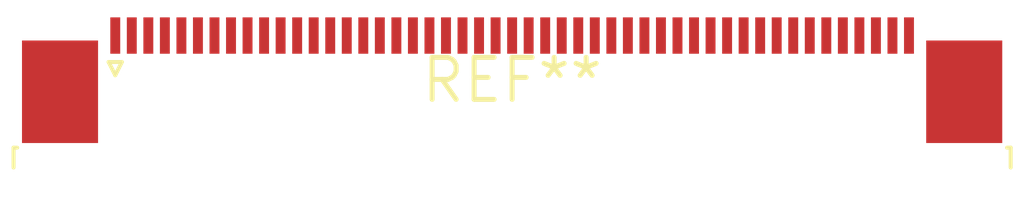
<source format=kicad_pcb>
(kicad_pcb (version 20240108) (generator pcbnew)
  (layers (0 "F.Cu" signal) (31 "B.Cu" signal) (34 "B.Paste" user) (35 "F.Paste" user) (36 "B.SilkS" user "B.Silkscreen") (37 "F.SilkS" user "F.Silkscreen") (38 "B.Mask" user) (39 "F.Mask" user) (44 "Edge.Cuts" user))
  (net 0 "")
  (footprint "TE_4-1734839-9_1x49-1MP_P0.5mm_Horizontal" (layer "F.Cu") (at 0 0)
    (property "Reference" "REF**")
    (property "Value" "PCB Edge")
    (fp_line (start -15.075 2.04) (end -15.075 2.64) (layer "F.SilkS") (stroke (width 0.12)))
    (fp_line (start -14.965 2.04) (end -15.075 2.04) (layer "F.SilkS") (stroke (width 0.12)))
    (fp_line (start -12.2 -0.55) (end -12 -0.15) (layer "F.SilkS") (stroke (width 0.12)))
    (fp_line (start -12 -0.15) (end -11.8 -0.55) (layer "F.SilkS") (stroke (width 0.12)))
    (fp_line (start -11.8 -0.55) (end -12.2 -0.55) (layer "F.SilkS") (stroke (width 0.12)))
    (fp_line (start 14.965 2.04) (end 15.075 2.04) (layer "F.SilkS") (stroke (width 0.12)))
    (fp_line (start 15.075 2.04) (end 15.075 2.64) (layer "F.SilkS") (stroke (width 0.12)))
    (pad "1" smd rect (at -12 -1.35) (size 0.3 1.1) (layers "F.Cu" "F.Paste" "F.Mask"))
    (pad "2" smd rect (at -11.5 -1.35) (size 0.3 1.1) (layers "F.Cu" "F.Paste" "F.Mask"))
    (pad "3" smd rect (at -11 -1.35) (size 0.3 1.1) (layers "F.Cu" "F.Paste" "F.Mask"))
    (pad "4" smd rect (at -10.5 -1.35) (size 0.3 1.1) (layers "F.Cu" "F.Paste" "F.Mask"))
    (pad "5" smd rect (at -10 -1.35) (size 0.3 1.1) (layers "F.Cu" "F.Paste" "F.Mask"))
    (pad "6" smd rect (at -9.5 -1.35) (size 0.3 1.1) (layers "F.Cu" "F.Paste" "F.Mask"))
    (pad "7" smd rect (at -9 -1.35) (size 0.3 1.1) (layers "F.Cu" "F.Paste" "F.Mask"))
    (pad "8" smd rect (at -8.5 -1.35) (size 0.3 1.1) (layers "F.Cu" "F.Paste" "F.Mask"))
    (pad "9" smd rect (at -8 -1.35) (size 0.3 1.1) (layers "F.Cu" "F.Paste" "F.Mask"))
    (pad "10" smd rect (at -7.5 -1.35) (size 0.3 1.1) (layers "F.Cu" "F.Paste" "F.Mask"))
    (pad "11" smd rect (at -7 -1.35) (size 0.3 1.1) (layers "F.Cu" "F.Paste" "F.Mask"))
    (pad "12" smd rect (at -6.5 -1.35) (size 0.3 1.1) (layers "F.Cu" "F.Paste" "F.Mask"))
    (pad "13" smd rect (at -6 -1.35) (size 0.3 1.1) (layers "F.Cu" "F.Paste" "F.Mask"))
    (pad "14" smd rect (at -5.5 -1.35) (size 0.3 1.1) (layers "F.Cu" "F.Paste" "F.Mask"))
    (pad "15" smd rect (at -5 -1.35) (size 0.3 1.1) (layers "F.Cu" "F.Paste" "F.Mask"))
    (pad "16" smd rect (at -4.5 -1.35) (size 0.3 1.1) (layers "F.Cu" "F.Paste" "F.Mask"))
    (pad "17" smd rect (at -4 -1.35) (size 0.3 1.1) (layers "F.Cu" "F.Paste" "F.Mask"))
    (pad "18" smd rect (at -3.5 -1.35) (size 0.3 1.1) (layers "F.Cu" "F.Paste" "F.Mask"))
    (pad "19" smd rect (at -3 -1.35) (size 0.3 1.1) (layers "F.Cu" "F.Paste" "F.Mask"))
    (pad "20" smd rect (at -2.5 -1.35) (size 0.3 1.1) (layers "F.Cu" "F.Paste" "F.Mask"))
    (pad "21" smd rect (at -2 -1.35) (size 0.3 1.1) (layers "F.Cu" "F.Paste" "F.Mask"))
    (pad "22" smd rect (at -1.5 -1.35) (size 0.3 1.1) (layers "F.Cu" "F.Paste" "F.Mask"))
    (pad "23" smd rect (at -1 -1.35) (size 0.3 1.1) (layers "F.Cu" "F.Paste" "F.Mask"))
    (pad "24" smd rect (at -0.5 -1.35) (size 0.3 1.1) (layers "F.Cu" "F.Paste" "F.Mask"))
    (pad "25" smd rect (at 0 -1.35) (size 0.3 1.1) (layers "F.Cu" "F.Paste" "F.Mask"))
    (pad "26" smd rect (at 0.5 -1.35) (size 0.3 1.1) (layers "F.Cu" "F.Paste" "F.Mask"))
    (pad "27" smd rect (at 1 -1.35) (size 0.3 1.1) (layers "F.Cu" "F.Paste" "F.Mask"))
    (pad "28" smd rect (at 1.5 -1.35) (size 0.3 1.1) (layers "F.Cu" "F.Paste" "F.Mask"))
    (pad "29" smd rect (at 2 -1.35) (size 0.3 1.1) (layers "F.Cu" "F.Paste" "F.Mask"))
    (pad "30" smd rect (at 2.5 -1.35) (size 0.3 1.1) (layers "F.Cu" "F.Paste" "F.Mask"))
    (pad "31" smd rect (at 3 -1.35) (size 0.3 1.1) (layers "F.Cu" "F.Paste" "F.Mask"))
    (pad "32" smd rect (at 3.5 -1.35) (size 0.3 1.1) (layers "F.Cu" "F.Paste" "F.Mask"))
    (pad "33" smd rect (at 4 -1.35) (size 0.3 1.1) (layers "F.Cu" "F.Paste" "F.Mask"))
    (pad "34" smd rect (at 4.5 -1.35) (size 0.3 1.1) (layers "F.Cu" "F.Paste" "F.Mask"))
    (pad "35" smd rect (at 5 -1.35) (size 0.3 1.1) (layers "F.Cu" "F.Paste" "F.Mask"))
    (pad "36" smd rect (at 5.5 -1.35) (size 0.3 1.1) (layers "F.Cu" "F.Paste" "F.Mask"))
    (pad "37" smd rect (at 6 -1.35) (size 0.3 1.1) (layers "F.Cu" "F.Paste" "F.Mask"))
    (pad "38" smd rect (at 6.5 -1.35) (size 0.3 1.1) (layers "F.Cu" "F.Paste" "F.Mask"))
    (pad "39" smd rect (at 7 -1.35) (size 0.3 1.1) (layers "F.Cu" "F.Paste" "F.Mask"))
    (pad "40" smd rect (at 7.5 -1.35) (size 0.3 1.1) (layers "F.Cu" "F.Paste" "F.Mask"))
    (pad "41" smd rect (at 8 -1.35) (size 0.3 1.1) (layers "F.Cu" "F.Paste" "F.Mask"))
    (pad "42" smd rect (at 8.5 -1.35) (size 0.3 1.1) (layers "F.Cu" "F.Paste" "F.Mask"))
    (pad "43" smd rect (at 9 -1.35) (size 0.3 1.1) (layers "F.Cu" "F.Paste" "F.Mask"))
    (pad "44" smd rect (at 9.5 -1.35) (size 0.3 1.1) (layers "F.Cu" "F.Paste" "F.Mask"))
    (pad "45" smd rect (at 10 -1.35) (size 0.3 1.1) (layers "F.Cu" "F.Paste" "F.Mask"))
    (pad "46" smd rect (at 10.5 -1.35) (size 0.3 1.1) (layers "F.Cu" "F.Paste" "F.Mask"))
    (pad "47" smd rect (at 11 -1.35) (size 0.3 1.1) (layers "F.Cu" "F.Paste" "F.Mask"))
    (pad "48" smd rect (at 11.5 -1.35) (size 0.3 1.1) (layers "F.Cu" "F.Paste" "F.Mask"))
    (pad "49" smd rect (at 12 -1.35) (size 0.3 1.1) (layers "F.Cu" "F.Paste" "F.Mask"))
    (pad "MP" smd rect (at -13.67 0.35) (size 2.3 3.1) (layers "F.Cu" "F.Paste" "F.Mask"))
    (pad "MP" smd rect (at 13.67 0.35) (size 2.3 3.1) (layers "F.Cu" "F.Paste" "F.Mask"))
  )
)
</source>
